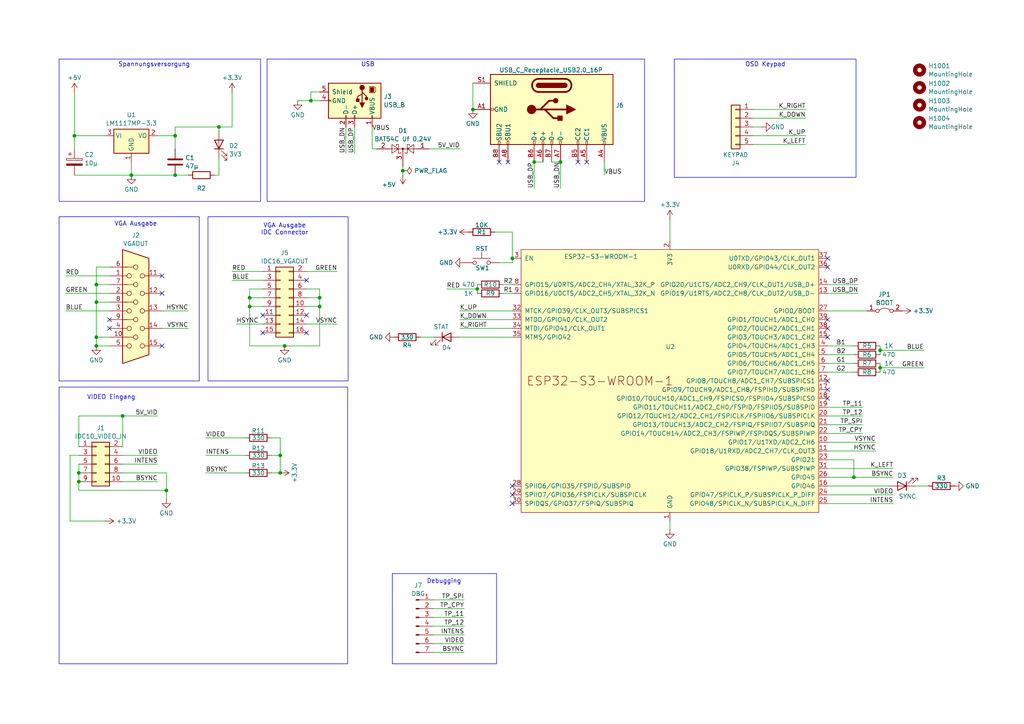
<source format=kicad_sch>
(kicad_sch (version 20231120) (generator "eeschema") (generator_version "8.0")
  (paper "A4")
  (title_block (title "Robotron ESP32-S3 VGA Adapter") (date "2024-03-07") (rev "1") (company "Mario Gögel"))
  (lib_symbols
    (symbol "Connector:Conn_01x07_Pin" (pin_names (offset 1.016) hide)
      (property "Reference" "J" (at 0 10.16 0))
      (property "Value" "Conn_01x07_Pin" (at 0 -10.16 0))
      (symbol "Conn_01x07_Pin_1_1"
        (pin passive line (at 5.08 7.62 180) (length 3.81) (name "Pin_1") (number "1"))
        (pin passive line (at 5.08 5.08 180) (length 3.81) (name "Pin_2") (number "2"))
        (pin passive line (at 5.08 2.54 180) (length 3.81) (name "Pin_3") (number "3"))
        (pin passive line (at 5.08 0 180) (length 3.81) (name "Pin_4") (number "4"))
        (pin passive line (at 5.08 -2.54 180) (length 3.81) (name "Pin_5") (number "5"))
        (pin passive line (at 5.08 -5.08 180) (length 3.81) (name "Pin_6") (number "6"))
        (pin passive line (at 5.08 -7.62 180) (length 3.81) (name "Pin_7") (number "7"))
      )
    )
    (symbol "Connector:DE15_Receptacle_HighDensity" (pin_names (offset 1.016) hide)
      (property "Reference" "J" (at 0 21.59 0))
      (property "Value" "DE15_Receptacle_HighDensity" (at 0 19.05 0))
      (symbol "DE15_Receptacle_HighDensity_1_1"
        (pin passive line (at -7.62 10.16 0) (length 5.08) (name "~") (number "1"))
        (pin passive line (at -7.62 -7.62 0) (length 5.08) (name "~") (number "10"))
        (pin passive line (at 7.62 10.16 180) (length 5.08) (name "~") (number "11"))
        (pin passive line (at 7.62 5.08 180) (length 5.08) (name "~") (number "12"))
        (pin passive line (at 7.62 0 180) (length 5.08) (name "~") (number "13"))
        (pin passive line (at 7.62 -5.08 180) (length 5.08) (name "~") (number "14"))
        (pin passive line (at 7.62 -10.16 180) (length 5.08) (name "~") (number "15"))
        (pin passive line (at -7.62 5.08 0) (length 5.08) (name "~") (number "2"))
        (pin passive line (at -7.62 0 0) (length 5.08) (name "~") (number "3"))
        (pin passive line (at -7.62 -5.08 0) (length 5.08) (name "~") (number "4"))
        (pin passive line (at -7.62 -10.16 0) (length 5.08) (name "~") (number "5"))
        (pin passive line (at -7.62 12.7 0) (length 5.08) (name "~") (number "6"))
        (pin passive line (at -7.62 7.62 0) (length 5.08) (name "~") (number "7"))
        (pin passive line (at -7.62 2.54 0) (length 5.08) (name "~") (number "8"))
        (pin passive line (at -7.62 -2.54 0) (length 5.08) (name "~") (number "9"))
      )
    )
    (symbol "Connector:USB_B" (pin_names (offset 1.016))
      (property "Reference" "J" (at -5.08 11.43 0))
      (property "Value" "USB_B" (at -5.08 8.89 0))
      (symbol "USB_B_1_1"
        (pin power_out line (at 7.62 5.08 180) (length 2.54) (name "VBUS") (number "1"))
        (pin bidirectional line (at 7.62 -2.54 180) (length 2.54) (name "D-") (number "2"))
        (pin bidirectional line (at 7.62 0 180) (length 2.54) (name "D+") (number "3"))
        (pin power_out line (at 0 -10.16 90) (length 2.54) (name "GND") (number "4"))
        (pin passive line (at -2.54 -10.16 90) (length 2.54) (name "Shield") (number "5"))
      )
    )
    (symbol "Connector:USB_C_Receptacle_USB2.0_16P" (pin_names (offset 1.016))
      (property "Reference" "J" (at 0 22.225 0))
      (property "Value" "USB_C_Receptacle_USB2.0_16P" (at 0 19.685 0))
      (symbol "USB_C_Receptacle_USB2.0_16P_1_1"
        (pin passive line (at 0 -22.86 90) (length 5.08) (name "GND") (number "A1"))
        (pin passive line (at 0 -22.86 90) (length 5.08) hide (name "GND") (number "A12"))
        (pin passive line (at 15.24 15.24 180) (length 5.08) (name "VBUS") (number "A4"))
        (pin bidirectional line (at 15.24 10.16 180) (length 5.08) (name "CC1") (number "A5"))
        (pin bidirectional line (at 15.24 -2.54 180) (length 5.08) (name "D+") (number "A6"))
        (pin bidirectional line (at 15.24 2.54 180) (length 5.08) (name "D-") (number "A7"))
        (pin bidirectional line (at 15.24 -12.7 180) (length 5.08) (name "SBU1") (number "A8"))
        (pin passive line (at 15.24 15.24 180) (length 5.08) hide (name "VBUS") (number "A9"))
        (pin passive line (at 0 -22.86 90) (length 5.08) hide (name "GND") (number "B1"))
        (pin passive line (at 0 -22.86 90) (length 5.08) hide (name "GND") (number "B12"))
        (pin passive line (at 15.24 15.24 180) (length 5.08) hide (name "VBUS") (number "B4"))
        (pin bidirectional line (at 15.24 7.62 180) (length 5.08) (name "CC2") (number "B5"))
        (pin bidirectional line (at 15.24 -5.08 180) (length 5.08) (name "D+") (number "B6"))
        (pin bidirectional line (at 15.24 0 180) (length 5.08) (name "D-") (number "B7"))
        (pin bidirectional line (at 15.24 -15.24 180) (length 5.08) (name "SBU2") (number "B8"))
        (pin passive line (at 15.24 15.24 180) (length 5.08) hide (name "VBUS") (number "B9"))
        (pin passive line (at -7.62 -22.86 90) (length 5.08) (name "SHIELD") (number "S1"))
      )
    )
    (symbol "Connector_Generic:Conn_01x05" (pin_names (offset 1.016) hide)
      (property "Reference" "J" (at 0 7.62 0))
      (property "Value" "Conn_01x05" (at 0 -7.62 0))
      (symbol "Conn_01x05_1_1"
        (pin passive line (at -5.08 5.08 0) (length 3.81) (name "Pin_1") (number "1"))
        (pin passive line (at -5.08 2.54 0) (length 3.81) (name "Pin_2") (number "2"))
        (pin passive line (at -5.08 0 0) (length 3.81) (name "Pin_3") (number "3"))
        (pin passive line (at -5.08 -2.54 0) (length 3.81) (name "Pin_4") (number "4"))
        (pin passive line (at -5.08 -5.08 0) (length 3.81) (name "Pin_5") (number "5"))
      )
    )
    (symbol "Connector_Generic:Conn_02x05_Odd_Even" (pin_names (offset 1.016) hide)
      (property "Reference" "J" (at 1.27 7.62 0))
      (property "Value" "Conn_02x05_Odd_Even" (at 1.27 -7.62 0))
      (symbol "Conn_02x05_Odd_Even_1_1"
        (pin passive line (at -5.08 5.08 0) (length 3.81) (name "Pin_1") (number "1"))
        (pin passive line (at 7.62 -5.08 180) (length 3.81) (name "Pin_10") (number "10"))
        (pin passive line (at 7.62 5.08 180) (length 3.81) (name "Pin_2") (number "2"))
        (pin passive line (at -5.08 2.54 0) (length 3.81) (name "Pin_3") (number "3"))
        (pin passive line (at 7.62 2.54 180) (length 3.81) (name "Pin_4") (number "4"))
        (pin passive line (at -5.08 0 0) (length 3.81) (name "Pin_5") (number "5"))
        (pin passive line (at 7.62 0 180) (length 3.81) (name "Pin_6") (number "6"))
        (pin passive line (at -5.08 -2.54 0) (length 3.81) (name "Pin_7") (number "7"))
        (pin passive line (at 7.62 -2.54 180) (length 3.81) (name "Pin_8") (number "8"))
        (pin passive line (at -5.08 -5.08 0) (length 3.81) (name "Pin_9") (number "9"))
      )
    )
    (symbol "Connector_Generic:Conn_02x08_Odd_Even" (pin_names (offset 1.016) hide)
      (property "Reference" "J" (at 1.27 10.16 0))
      (property "Value" "Conn_02x08_Odd_Even" (at 1.27 -12.7 0))
      (symbol "Conn_02x08_Odd_Even_1_1"
        (pin passive line (at -5.08 7.62 0) (length 3.81) (name "Pin_1") (number "1"))
        (pin passive line (at 7.62 -2.54 180) (length 3.81) (name "Pin_10") (number "10"))
        (pin passive line (at -5.08 -5.08 0) (length 3.81) (name "Pin_11") (number "11"))
        (pin passive line (at 7.62 -5.08 180) (length 3.81) (name "Pin_12") (number "12"))
        (pin passive line (at -5.08 -7.62 0) (length 3.81) (name "Pin_13") (number "13"))
        (pin passive line (at 7.62 -7.62 180) (length 3.81) (name "Pin_14") (number "14"))
        (pin passive line (at -5.08 -10.16 0) (length 3.81) (name "Pin_15") (number "15"))
        (pin passive line (at 7.62 -10.16 180) (length 3.81) (name "Pin_16") (number "16"))
        (pin passive line (at 7.62 7.62 180) (length 3.81) (name "Pin_2") (number "2"))
        (pin passive line (at -5.08 5.08 0) (length 3.81) (name "Pin_3") (number "3"))
        (pin passive line (at 7.62 5.08 180) (length 3.81) (name "Pin_4") (number "4"))
        (pin passive line (at -5.08 2.54 0) (length 3.81) (name "Pin_5") (number "5"))
        (pin passive line (at 7.62 2.54 180) (length 3.81) (name "Pin_6") (number "6"))
        (pin passive line (at -5.08 0 0) (length 3.81) (name "Pin_7") (number "7"))
        (pin passive line (at 7.62 0 180) (length 3.81) (name "Pin_8") (number "8"))
        (pin passive line (at -5.08 -2.54 0) (length 3.81) (name "Pin_9") (number "9"))
      )
    )
    (symbol "Device:C" (pin_numbers hide) (pin_names (offset 0.254))
      (property "Reference" "C" (at 0.635 2.54 0))
      (property "Value" "C" (at 0.635 -2.54 0))
      (symbol "C_1_1"
        (pin passive line (at 0 3.81 270) (length 2.794) (name "~") (number "1"))
        (pin passive line (at 0 -3.81 90) (length 2.794) (name "~") (number "2"))
      )
    )
    (symbol "Device:C_Polarized" (pin_numbers hide) (pin_names (offset 0.254))
      (property "Reference" "C" (at 0.635 2.54 0))
      (property "Value" "C_Polarized" (at 0.635 -2.54 0))
      (symbol "C_Polarized_1_1"
        (pin passive line (at 0 3.81 270) (length 2.794) (name "~") (number "1"))
        (pin passive line (at 0 -3.81 90) (length 2.794) (name "~") (number "2"))
      )
    )
    (symbol "Device:LED" (pin_numbers hide) (pin_names (offset 1.016) hide)
      (property "Reference" "D" (at 0 2.54 0))
      (property "Value" "LED" (at 0 -2.54 0))
      (symbol "LED_1_1"
        (pin passive line (at -3.81 0 0) (length 2.54) (name "K") (number "1"))
        (pin passive line (at 3.81 0 180) (length 2.54) (name "A") (number "2"))
      )
    )
    (symbol "Device:R" (pin_numbers hide) (pin_names (offset 0))
      (property "Reference" "R" (at 2.032 0 90))
      (property "Value" "R" (at 0 0 90))
      (symbol "R_1_1"
        (pin passive line (at 0 3.81 270) (length 1.27) (name "~") (number "1"))
        (pin passive line (at 0 -3.81 90) (length 1.27) (name "~") (number "2"))
      )
    )
    (symbol "Diode:BAT54C" (pin_names (offset 1.016))
      (property "Reference" "D" (at 0.635 -3.81 0))
      (property "Value" "BAT54C" (at -6.35 3.175 0))
      (symbol "BAT54C_1_1"
        (pin passive line (at -7.62 0 0) (length 3.81) (name "~") (number "1"))
        (pin passive line (at 7.62 0 180) (length 3.81) (name "~") (number "2"))
        (pin passive line (at 0 -5.08 90) (length 5.08) (name "~") (number "3"))
      )
    )
    (symbol "Jumper:Jumper_2_Bridged" (pin_names (offset 0) hide)
      (property "Reference" "JP" (at 0 1.905 0))
      (property "Value" "Jumper_2_Bridged" (at 0 -2.54 0))
      (symbol "Jumper_2_Bridged_1_1"
        (pin passive line (at -5.08 0 0) (length 2.54) (name "A") (number "1"))
        (pin passive line (at 5.08 0 180) (length 2.54) (name "B") (number "2"))
      )
    )
    (symbol "Mechanical:MountingHole" (pin_names (offset 1.016))
      (property "Reference" "H" (at 0 5.08 0))
      (property "Value" "MountingHole" (at 0 3.175 0))
    )
    (symbol "PCM_Espressif:ESP32-S3-WROOM-1" (pin_names (offset 1.016))
      (property "Reference" "U" (at -43.18 43.18 0))
      (property "Value" "ESP32-S3-WROOM-1" (at -43.18 40.64 0))
      (symbol "ESP32-S3-WROOM-1_0_0"
        (text "ESP32-S3-WROOM-1" (at -20.32 0 0) (effects (font (size 2.54 2.54))))
        (pin power_in line (at 0 -40.64 90) (length 2.54) (name "GND") (number "1"))
        (pin bidirectional line (at 45.72 -17.78 180) (length 2.54) (name "GPIO17/U1TXD/ADC2_CH6") (number "10"))
        (pin bidirectional line (at 45.72 -20.32 180) (length 2.54) (name "GPIO18/U1RXD/ADC2_CH7/CLK_OUT3") (number "11"))
        (pin bidirectional line (at 45.72 0 180) (length 2.54) (name "GPIO8/TOUCH8/ADC1_CH7/SUBSPICS1") (number "12"))
        (pin bidirectional line (at 45.72 25.4 180) (length 2.54) (name "GPIO19/U1RTS/ADC2_CH8/CLK_OUT2/USB_D-") (number "13"))
        (pin bidirectional line (at 45.72 27.94 180) (length 2.54) (name "GPIO20/U1CTS/ADC2_CH9/CLK_OUT1/USB_D+") (number "14"))
        (pin bidirectional line (at 45.72 12.7 180) (length 2.54) (name "GPIO3/TOUCH3/ADC1_CH2") (number "15"))
        (pin bidirectional line (at 45.72 -30.48 180) (length 2.54) (name "GPIO46") (number "16"))
        (pin bidirectional line (at 45.72 -2.54 180) (length 2.54) (name "GPIO9/TOUCH9/ADC1_CH8/FSPIHD/SUBSPIHD") (number "17"))
        (pin bidirectional line (at 45.72 -5.08 180) (length 2.54) (name "GPIO10/TOUCH10/ADC1_CH9/FSPICS0/FSPIIO4/SUBSPICS0") (number "18"))
        (pin bidirectional line (at 45.72 -7.62 180) (length 2.54) (name "GPIO11/TOUCH11/ADC2_CH0/FSPID/FSPIIO5/SUBSPID") (number "19"))
        (pin power_in line (at 0 40.64 270) (length 2.54) (name "3V3") (number "2"))
        (pin bidirectional line (at 45.72 -10.16 180) (length 2.54) (name "GPIO12/TOUCH12/ADC2_CH1/FSPICLK/FSPIIO6/SUBSPICLK") (number "20"))
        (pin bidirectional line (at 45.72 -12.7 180) (length 2.54) (name "GPIO13/TOUCH13/ADC2_CH2/FSPIQ/FSPIIO7/SUBSPIQ") (number "21"))
        (pin bidirectional line (at 45.72 -15.24 180) (length 2.54) (name "GPIO14/TOUCH14/ADC2_CH3/FSPIWP/FSPIDQS/SUBSPIWP") (number "22"))
        (pin bidirectional line (at 45.72 -22.86 180) (length 2.54) (name "GPIO21") (number "23"))
        (pin bidirectional line (at 45.72 -33.02 180) (length 2.54) (name "GPIO47/SPICLK_P/SUBSPICLK_P_DIFF") (number "24"))
        (pin bidirectional line (at 45.72 -35.56 180) (length 2.54) (name "GPIO48/SPICLK_N/SUBSPICLK_N_DIFF") (number "25"))
        (pin bidirectional line (at 45.72 -27.94 180) (length 2.54) (name "GPIO45") (number "26"))
        (pin bidirectional line (at 45.72 20.32 180) (length 2.54) (name "GPIO0/BOOT") (number "27"))
        (pin bidirectional line (at -45.72 -30.48 0) (length 2.54) (name "SPIIO6/GPIO35/FSPID/SUBSPID") (number "28"))
        (pin bidirectional line (at -45.72 -33.02 0) (length 2.54) (name "SPIIO7/GPIO36/FSPICLK/SUBSPICLK") (number "29"))
        (pin input line (at -45.72 35.56 0) (length 2.54) (name "EN") (number "3"))
        (pin bidirectional line (at -45.72 -35.56 0) (length 2.54) (name "SPIDQS/GPIO37/FSPIQ/SUBSPIQ") (number "30"))
        (pin bidirectional line (at 45.72 -25.4 180) (length 2.54) (name "GPIO38/FSPIWP/SUBSPIWP") (number "31"))
        (pin bidirectional line (at -45.72 20.32 0) (length 2.54) (name "MTCK/GPIO39/CLK_OUT3/SUBSPICS1") (number "32"))
        (pin bidirectional line (at -45.72 17.78 0) (length 2.54) (name "MTDO/GPIO40/CLK_OUT2") (number "33"))
        (pin bidirectional line (at -45.72 15.24 0) (length 2.54) (name "MTDI/GPIO41/CLK_OUT1") (number "34"))
        (pin bidirectional line (at -45.72 12.7 0) (length 2.54) (name "MTMS/GPIO42") (number "35"))
        (pin bidirectional line (at 45.72 33.02 180) (length 2.54) (name "U0RXD/GPIO44/CLK_OUT2") (number "36"))
        (pin bidirectional line (at 45.72 35.56 180) (length 2.54) (name "U0TXD/GPIO43/CLK_OUT1") (number "37"))
        (pin bidirectional line (at 45.72 15.24 180) (length 2.54) (name "GPIO2/TOUCH2/ADC1_CH1") (number "38"))
        (pin bidirectional line (at 45.72 17.78 180) (length 2.54) (name "GPIO1/TOUCH1/ADC1_CH0") (number "39"))
        (pin bidirectional line (at 45.72 10.16 180) (length 2.54) (name "GPIO4/TOUCH4/ADC1_CH3") (number "4"))
        (pin passive line (at 0 -40.64 90) (length 2.54) hide (name "GND") (number "40"))
        (pin passive line (at 0 -40.64 90) (length 2.54) hide (name "GND") (number "41"))
        (pin bidirectional line (at 45.72 7.62 180) (length 2.54) (name "GPIO5/TOUCH5/ADC1_CH4") (number "5"))
        (pin bidirectional line (at 45.72 5.08 180) (length 2.54) (name "GPIO6/TOUCH6/ADC1_CH5") (number "6"))
        (pin bidirectional line (at 45.72 2.54 180) (length 2.54) (name "GPIO7/TOUCH7/ADC1_CH6") (number "7"))
        (pin bidirectional line (at -45.72 27.94 0) (length 2.54) (name "GPIO15/U0RTS/ADC2_CH4/XTAL_32K_P") (number "8"))
        (pin bidirectional line (at -45.72 25.4 0) (length 2.54) (name "GPIO16/U0CTS/ADC2_CH5/XTAL_32K_N") (number "9"))
      )
    )
    (symbol "Regulator_Linear:LM1117MP-3.3"
      (property "Reference" "U" (at -3.81 3.175 0))
      (property "Value" "LM1117MP-3.3" (at 0 3.175 0))
      (symbol "LM1117MP-3.3_1_1"
        (pin power_in line (at 0 -7.62 90) (length 2.54) (name "GND") (number "1"))
        (pin power_out line (at 7.62 0 180) (length 2.54) (name "VO") (number "2"))
        (pin power_in line (at -7.62 0 0) (length 2.54) (name "VI") (number "3"))
      )
    )
    (symbol "Switch:SW_Push" (pin_numbers hide) (pin_names (offset 1.016) hide)
      (property "Reference" "SW" (at 1.27 2.54 0))
      (property "Value" "SW_Push" (at 0 -1.524 0))
      (symbol "SW_Push_0_1"
        (pin passive line (at -5.08 0 0) (length 2.54) (name "1") (number "1"))
        (pin passive line (at 5.08 0 180) (length 2.54) (name "2") (number "2"))
      )
    )
    (symbol "power:+3.3V" (power) (pin_numbers hide) (pin_names (offset 0) hide)
      (property "Value" "+3.3V" (at 0 3.556 0))
      (symbol "+3.3V_1_1"
        (pin power_in line (at 0 0 90) (length 0) (name "~") (number "1"))
      )
    )
    (symbol "power:+5V" (power) (pin_numbers hide) (pin_names (offset 0) hide)
      (property "Value" "+5V" (at 0 3.556 0))
      (symbol "+5V_1_1"
        (pin power_in line (at 0 0 90) (length 0) (name "~") (number "1"))
      )
    )
    (symbol "power:GND" (power) (pin_numbers hide) (pin_names (offset 0) hide)
      (property "Value" "GND" (at 0 -3.81 0))
      (symbol "GND_1_1"
        (pin power_in line (at 0 0 270) (length 0) (name "~") (number "1"))
      )
    )
    (symbol "power:PWR_FLAG" (power) (pin_numbers hide) (pin_names (offset 0) hide)
      (property "Value" "PWR_FLAG" (at 0 3.81 0))
      (symbol "PWR_FLAG_0_0"
        (pin power_out line (at 0 0 90) (length 0) (name "~") (number "1"))
      )
    )
  )
  (junction (at 27.94 97.79))
  (junction (at 154.94 46.99))
  (junction (at 81.28 137.16))
  (junction (at 38.1 50.8))
  (junction (at 27.94 100.33))
  (junction (at 137.16 31.75))
  (junction (at 35.56 120.65))
  (junction (at 247.65 138.43))
  (junction (at 138.43 83.82))
  (junction (at 90.17 29.21))
  (junction (at 116.84 49.53))
  (junction (at 27.94 87.63))
  (junction (at 63.5 36.83))
  (junction (at 92.71 88.9))
  (junction (at 162.56 46.99))
  (junction (at 48.26 142.24))
  (junction (at 50.8 39.37))
  (junction (at 22.86 139.7))
  (junction (at 92.71 86.36))
  (junction (at 255.27 106.68))
  (junction (at 72.39 88.9))
  (junction (at 82.55 100.33))
  (junction (at 50.8 50.8))
  (junction (at 22.86 137.16))
  (junction (at 21.59 39.37))
  (junction (at 255.27 101.6))
  (junction (at 81.28 132.08))
  (junction (at 72.39 86.36))
  (junction (at 27.94 82.55))
  (junction (at 148.59 74.93))
  (no_connect (at 240.03 77.47))
  (no_connect (at 240.03 74.93))
  (no_connect (at 167.64 46.99))
  (no_connect (at 240.03 97.79))
  (no_connect (at 148.59 143.51))
  (no_connect (at 170.18 46.99))
  (no_connect (at 46.99 85.09))
  (no_connect (at 76.2 91.44))
  (no_connect (at 46.99 80.01))
  (no_connect (at 240.03 115.57))
  (no_connect (at 46.99 100.33))
  (no_connect (at 31.75 92.71))
  (no_connect (at 240.03 113.03))
  (no_connect (at 147.32 46.99))
  (no_connect (at 88.9 96.52))
  (no_connect (at 148.59 146.05))
  (no_connect (at 144.78 46.99))
  (no_connect (at 31.75 95.25))
  (no_connect (at 76.2 96.52))
  (no_connect (at 240.03 92.71))
  (no_connect (at 88.9 81.28))
  (no_connect (at 88.9 91.44))
  (no_connect (at 148.59 140.97))
  (no_connect (at 240.03 110.49))
  (no_connect (at 240.03 95.25))
  (wire (pts (xy 48.26 142.24) (xy 48.26 137.16)))
  (wire (pts (xy 35.56 120.65) (xy 35.56 129.54)))
  (wire (pts (xy 27.94 87.63) (xy 27.94 97.79)))
  (wire (pts (xy 21.59 50.8) (xy 38.1 50.8)))
  (wire (pts (xy 240.03 123.19) (xy 250.19 123.19)))
  (wire (pts (xy 22.86 134.62) (xy 22.86 137.16)))
  (wire (pts (xy 68.58 93.98) (xy 76.2 93.98)))
  (wire (pts (xy 27.94 82.55) (xy 27.94 87.63)))
  (wire (pts (xy 76.2 83.82) (xy 72.39 83.82)))
  (wire (pts (xy 67.31 81.28) (xy 76.2 81.28)))
  (wire (pts (xy 248.92 82.55) (xy 240.03 82.55)))
  (wire (pts (xy 124.46 43.18) (xy 133.35 43.18)))
  (wire (pts (xy 22.86 137.16) (xy 22.86 139.7)))
  (wire (pts (xy 162.56 46.99) (xy 162.56 54.61)))
  (wire (pts (xy 88.9 88.9) (xy 92.71 88.9)))
  (wire (pts (xy 125.73 181.61) (xy 134.62 181.61)))
  (wire (pts (xy 88.9 86.36) (xy 92.71 86.36)))
  (wire (pts (xy 160.02 46.99) (xy 162.56 46.99)))
  (wire (pts (xy 218.44 41.91) (xy 233.68 41.91)))
  (wire (pts (xy 255.27 106.68) (xy 267.97 106.68)))
  (wire (pts (xy 92.71 88.9) (xy 92.71 100.33)))
  (wire (pts (xy 72.39 100.33) (xy 82.55 100.33)))
  (wire (pts (xy 54.61 90.17) (xy 46.99 90.17)))
  (wire (pts (xy 138.43 82.55) (xy 138.43 83.82)))
  (wire (pts (xy 240.03 120.65) (xy 250.19 120.65)))
  (wire (pts (xy 38.1 50.8) (xy 50.8 50.8)))
  (wire (pts (xy 35.56 120.65) (xy 45.72 120.65)))
  (wire (pts (xy 90.17 29.21) (xy 90.17 26.67)))
  (wire (pts (xy 148.59 92.71) (xy 133.35 92.71)))
  (wire (pts (xy 125.73 186.69) (xy 134.62 186.69)))
  (wire (pts (xy 21.59 39.37) (xy 21.59 43.18)))
  (wire (pts (xy 255.27 106.68) (xy 255.27 107.95)))
  (wire (pts (xy 247.65 133.35) (xy 247.65 138.43)))
  (wire (pts (xy 27.94 77.47) (xy 27.94 82.55)))
  (wire (pts (xy 125.73 189.23) (xy 134.62 189.23)))
  (wire (pts (xy 148.59 67.31) (xy 143.51 67.31)))
  (wire (pts (xy 259.08 138.43) (xy 247.65 138.43)))
  (wire (pts (xy 240.03 107.95) (xy 247.65 107.95)))
  (wire (pts (xy 72.39 86.36) (xy 76.2 86.36)))
  (wire (pts (xy 88.9 83.82) (xy 92.71 83.82)))
  (wire (pts (xy 35.56 137.16) (xy 48.26 137.16)))
  (wire (pts (xy 121.92 97.79) (xy 125.73 97.79)))
  (wire (pts (xy 35.56 134.62) (xy 45.72 134.62)))
  (wire (pts (xy 148.59 76.2) (xy 148.59 74.93)))
  (wire (pts (xy 63.5 36.83) (xy 50.8 36.83)))
  (wire (pts (xy 240.03 130.81) (xy 254 130.81)))
  (wire (pts (xy 59.69 132.08) (xy 71.12 132.08)))
  (wire (pts (xy 240.03 118.11) (xy 250.19 118.11)))
  (wire (pts (xy 255.27 101.6) (xy 267.97 101.6)))
  (wire (pts (xy 81.28 132.08) (xy 78.74 132.08)))
  (wire (pts (xy 21.59 26.67) (xy 21.59 39.37)))
  (wire (pts (xy 154.94 46.99) (xy 154.94 54.61)))
  (wire (pts (xy 146.05 82.55) (xy 148.59 82.55)))
  (wire (pts (xy 21.59 39.37) (xy 30.48 39.37)))
  (wire (pts (xy 125.73 176.53) (xy 134.62 176.53)))
  (wire (pts (xy 269.24 140.97) (xy 265.43 140.97)))
  (wire (pts (xy 63.5 50.8) (xy 62.23 50.8)))
  (wire (pts (xy 72.39 88.9) (xy 76.2 88.9)))
  (wire (pts (xy 148.59 74.93) (xy 148.59 67.31)))
  (wire (pts (xy 27.94 97.79) (xy 27.94 100.33)))
  (wire (pts (xy 148.59 90.17) (xy 133.35 90.17)))
  (wire (pts (xy 81.28 127) (xy 81.28 132.08)))
  (wire (pts (xy 240.03 135.89) (xy 259.08 135.89)))
  (wire (pts (xy 240.03 102.87) (xy 247.65 102.87)))
  (wire (pts (xy 248.92 85.09) (xy 240.03 85.09)))
  (wire (pts (xy 102.87 36.83) (xy 102.87 44.45)))
  (wire (pts (xy 92.71 86.36) (xy 92.71 88.9)))
  (wire (pts (xy 35.56 132.08) (xy 45.72 132.08)))
  (wire (pts (xy 72.39 83.82) (xy 72.39 86.36)))
  (wire (pts (xy 22.86 132.08) (xy 20.32 132.08)))
  (wire (pts (xy 63.5 50.8) (xy 63.5 45.72)))
  (wire (pts (xy 59.69 137.16) (xy 71.12 137.16)))
  (wire (pts (xy 154.94 46.99) (xy 157.48 46.99)))
  (wire (pts (xy 218.44 31.75) (xy 233.68 31.75)))
  (wire (pts (xy 254 128.27) (xy 240.03 128.27)))
  (wire (pts (xy 50.8 36.83) (xy 50.8 39.37)))
  (wire (pts (xy 97.79 93.98) (xy 88.9 93.98)))
  (wire (pts (xy 240.03 105.41) (xy 247.65 105.41)))
  (wire (pts (xy 100.33 36.83) (xy 100.33 44.45)))
  (wire (pts (xy 125.73 184.15) (xy 134.62 184.15)))
  (wire (pts (xy 218.44 36.83) (xy 220.98 36.83)))
  (wire (pts (xy 144.78 76.2) (xy 148.59 76.2)))
  (wire (pts (xy 27.94 82.55) (xy 31.75 82.55)))
  (wire (pts (xy 90.17 26.67) (xy 92.71 26.67)))
  (wire (pts (xy 59.69 127) (xy 71.12 127)))
  (wire (pts (xy 146.05 85.09) (xy 148.59 85.09)))
  (wire (pts (xy 255.27 105.41) (xy 255.27 106.68)))
  (wire (pts (xy 54.61 95.25) (xy 46.99 95.25)))
  (wire (pts (xy 50.8 50.8) (xy 54.61 50.8)))
  (wire (pts (xy 67.31 26.67) (xy 67.31 36.83)))
  (wire (pts (xy 22.86 129.54) (xy 22.86 120.65)))
  (wire (pts (xy 194.31 69.85) (xy 194.31 63.5)))
  (wire (pts (xy 27.94 87.63) (xy 31.75 87.63)))
  (wire (pts (xy 22.86 142.24) (xy 48.26 142.24)))
  (wire (pts (xy 129.54 83.82) (xy 138.43 83.82)))
  (wire (pts (xy 35.56 139.7) (xy 45.72 139.7)))
  (wire (pts (xy 255.27 101.6) (xy 255.27 102.87)))
  (wire (pts (xy 240.03 133.35) (xy 247.65 133.35)))
  (wire (pts (xy 116.84 49.53) (xy 116.84 48.26)))
  (wire (pts (xy 194.31 151.13) (xy 194.31 153.67)))
  (wire (pts (xy 125.73 173.99) (xy 134.62 173.99)))
  (wire (pts (xy 50.8 39.37) (xy 50.8 43.18)))
  (wire (pts (xy 240.03 90.17) (xy 251.46 90.17)))
  (wire (pts (xy 31.75 77.47) (xy 27.94 77.47)))
  (wire (pts (xy 116.84 50.8) (xy 116.84 49.53)))
  (wire (pts (xy 19.05 85.09) (xy 31.75 85.09)))
  (wire (pts (xy 257.81 140.97) (xy 240.03 140.97)))
  (wire (pts (xy 78.74 137.16) (xy 81.28 137.16)))
  (wire (pts (xy 218.44 39.37) (xy 233.68 39.37)))
  (wire (pts (xy 97.79 78.74) (xy 88.9 78.74)))
  (wire (pts (xy 240.03 138.43) (xy 247.65 138.43)))
  (wire (pts (xy 78.74 127) (xy 81.28 127)))
  (wire (pts (xy 240.03 146.05) (xy 259.08 146.05)))
  (wire (pts (xy 67.31 36.83) (xy 63.5 36.83)))
  (wire (pts (xy 138.43 83.82) (xy 138.43 85.09)))
  (wire (pts (xy 20.32 132.08) (xy 20.32 151.13)))
  (wire (pts (xy 175.26 46.99) (xy 175.26 50.8)))
  (wire (pts (xy 240.03 100.33) (xy 247.65 100.33)))
  (wire (pts (xy 137.16 24.13) (xy 137.16 31.75)))
  (wire (pts (xy 22.86 120.65) (xy 35.56 120.65)))
  (wire (pts (xy 125.73 179.07) (xy 134.62 179.07)))
  (wire (pts (xy 27.94 100.33) (xy 31.75 100.33)))
  (wire (pts (xy 48.26 144.78) (xy 48.26 142.24)))
  (wire (pts (xy 107.95 43.18) (xy 109.22 43.18)))
  (wire (pts (xy 19.05 80.01) (xy 31.75 80.01)))
  (wire (pts (xy 38.1 46.99) (xy 38.1 50.8)))
  (wire (pts (xy 27.94 97.79) (xy 31.75 97.79)))
  (wire (pts (xy 22.86 139.7) (xy 22.86 142.24)))
  (wire (pts (xy 81.28 132.08) (xy 81.28 137.16)))
  (wire (pts (xy 67.31 78.74) (xy 76.2 78.74)))
  (wire (pts (xy 63.5 36.83) (xy 63.5 38.1)))
  (wire (pts (xy 92.71 83.82) (xy 92.71 86.36)))
  (wire (pts (xy 240.03 125.73) (xy 250.19 125.73)))
  (wire (pts (xy 19.05 90.17) (xy 31.75 90.17)))
  (wire (pts (xy 45.72 39.37) (xy 50.8 39.37)))
  (wire (pts (xy 148.59 95.25) (xy 133.35 95.25)))
  (wire (pts (xy 255.27 100.33) (xy 255.27 101.6)))
  (wire (pts (xy 259.08 143.51) (xy 240.03 143.51)))
  (wire (pts (xy 72.39 86.36) (xy 72.39 88.9)))
  (wire (pts (xy 218.44 34.29) (xy 233.68 34.29)))
  (wire (pts (xy 86.36 29.21) (xy 90.17 29.21)))
  (wire (pts (xy 82.55 100.33) (xy 92.71 100.33)))
  (wire (pts (xy 92.71 29.21) (xy 90.17 29.21)))
  (wire (pts (xy 133.35 97.79) (xy 148.59 97.79)))
  (wire (pts (xy 20.32 151.13) (xy 30.48 151.13)))
  (wire (pts (xy 72.39 88.9) (xy 72.39 100.33)))
  (wire (pts (xy 107.95 36.83) (xy 107.95 43.18)))
  (rectangle (start 60.325 62.865) (end 100.965 110.49))
  (rectangle (start 113.792 166.37) (end 144.018 192.532))
  (rectangle (start 17.145 17.145) (end 75.565 58.42))
  (rectangle (start 195.58 17.145) (end 248.285 51.435))
  (rectangle (start 17.145 62.865) (end 57.785 110.49))
  (rectangle (start 17.145 112.268) (end 100.838 192.532))
  (rectangle (start 77.47 17.145) (end 186.944 58.42))
  (text "VGA Ausgabe\nIDC Connector" (at 82.55 66.548 0) (effects (font (size 1.27 1.27))))
  (text "Debugging" (at 128.778 168.656 0) (effects (font (size 1.27 1.27))))
  (text "Spannungsversorgung" (at 44.704 18.796 0) (effects (font (size 1.27 1.27))))
  (text "VIDEO Eingang" (at 32.258 115.316 0) (effects (font (size 1.27 1.27))))
  (text "OSD Keypad" (at 221.996 18.796 0) (effects (font (size 1.27 1.27))))
  (text "VGA Ausgabe" (at 39.37 65.024 0) (effects (font (size 1.27 1.27))))
  (text "USB" (at 106.68 18.796 0) (effects (font (size 1.27 1.27))))
  (label "G1" (at 242.57 105.41 0))
  (label "GREEN" (at 97.79 78.74 180))
  (label "TP_11" (at 250.19 118.11 180))
  (label "RED" (at 67.31 78.74 0))
  (label "GREEN" (at 267.97 106.68 180))
  (label "TP_SPI" (at 134.62 173.99 180))
  (label "USB_DN" (at 248.92 85.09 180))
  (label "USB_DP" (at 154.94 54.61 90))
  (label "BSYNC" (at 134.62 189.23 180))
  (label "BLUE" (at 19.05 90.17 0))
  (label "K_UP" (at 233.68 39.37 180))
  (label "INTENS" (at 59.69 132.08 0))
  (label "VIDEO" (at 45.72 132.08 180))
  (label "B2" (at 242.57 102.87 0))
  (label "BLUE" (at 267.97 101.6 180))
  (label "GREEN" (at 19.05 85.09 0))
  (label "R1" (at 146.05 85.09 0))
  (label "BSYNC" (at 59.69 137.16 0))
  (label "VSYNC" (at 254 128.27 180))
  (label "VIDEO" (at 59.69 127 0))
  (label "VSYNC" (at 97.79 93.98 180))
  (label "USB_DP" (at 248.92 82.55 180))
  (label "HSYNC" (at 54.61 90.17 180))
  (label "BSYNC" (at 45.72 139.7 180))
  (label "RED" (at 19.05 80.01 0))
  (label "BSYNC" (at 259.08 138.43 180))
  (label "USB_DN" (at 100.33 44.45 90))
  (label "INTENS" (at 45.72 134.62 180))
  (label "K_DOWN" (at 133.35 92.71 0))
  (label "G2" (at 242.57 107.95 0))
  (label "TP_12" (at 250.19 120.65 180))
  (label "VIDEO" (at 259.08 143.51 180))
  (label "USB_DP" (at 102.87 44.45 90))
  (label "R2" (at 146.05 82.55 0))
  (label "K_DOWN" (at 233.68 34.29 180))
  (label "B1" (at 242.57 100.33 0))
  (label "VBUS" (at 107.95 38.1 0))
  (label "USB_DN" (at 162.56 54.61 90))
  (label "K_UP" (at 133.35 90.17 0))
  (label "HSYNC" (at 254 130.81 180))
  (label "K_LEFT" (at 259.08 135.89 180))
  (label "TP_CPY" (at 250.19 125.73 180))
  (label "TP_12" (at 134.62 181.61 180))
  (label "VIDEO" (at 134.62 186.69 180))
  (label "VBUS" (at 175.26 50.8 0))
  (label "TP_CPY" (at 134.62 176.53 180))
  (label "K_RIGHT" (at 233.68 31.75 180))
  (label "INTENS" (at 134.62 184.15 180))
  (label "BLUE" (at 67.31 81.28 0))
  (label "TP_SPI" (at 250.19 123.19 180))
  (label "K_LEFT" (at 233.68 41.91 180))
  (label "5V_VID" (at 133.35 43.18 180))
  (label "HSYNC" (at 68.58 93.98 0))
  (label "TP_11" (at 134.62 179.07 180))
  (label "VSYNC" (at 54.61 95.25 180))
  (label "K_RIGHT" (at 133.35 95.25 0))
  (label "5V_VID" (at 45.72 120.65 180))
  (label "INTENS" (at 259.08 146.05 180))
  (label "RED" (at 129.54 83.82 0))
  (symbol (lib_id "Mechanical:MountingHole") (at 266.7 20.32 0) (unit 1)
    (property "Reference" "H1001" (at 269.24 19.1078 0) (effects (justify left)))
    (property "Value" "MountingHole" (at 269.24 21.5321 0) (effects (justify left)))
    (property "Footprint" "MountingHole:MountingHole_3.2mm_M3_ISO7380_Pad" (effects (hide yes)))
    (property "Description" "Mounting Hole without connection" (effects (hide yes)))
  )
  (symbol (lib_id "PCM_Espressif:ESP32-S3-WROOM-1") (at 194.31 110.49 0) (unit 1)
    (property "Reference" "U2" (at 193.04 100.584 0) (effects (justify left)))
    (property "Value" "ESP32-S3-WROOM-1" (at 163.576 74.422 0) (effects (justify left)))
    (property "Footprint" "PCM_Espressif:ESP32-S3-WROOM-1" (effects (hide yes)))
    (property "Datasheet" "https://www.espressif.com/sites/default/files/documentation/esp32-s3-wroom-1_wroom-1u_datasheet_en.pdf" (effects (hide yes)))
  )
  (symbol (lib_id "power:GND") (at 220.98 36.83 90) (unit 1)
    (property "Reference" "#PWR01008" (effects (hide yes)))
    (property "Value" "GND" (at 225.552 36.83 90))
    (property "Description" "Power symbol creates a global label with name \"GND\" , ground" (effects (hide yes)))
  )
  (symbol (lib_id "Device:R") (at 273.05 140.97 270) (unit 1)
    (property "Reference" "R3" (at 273.05 138.684 90))
    (property "Value" "330" (at 273.05 140.97 90))
    (property "Footprint" "Resistor_SMD:R_0805_2012Metric_Pad1.20x1.40mm_HandSolder" (effects (hide yes)))
  )
  (symbol (lib_id "power:+5V") (at 116.84 50.8 180) (unit 1)
    (property "Reference" "#PWR01005" (effects (hide yes)))
    (property "Value" "+5V" (at 114.808 53.594 0) (effects (justify left)))
    (property "Description" "Power symbol creates a global label with name \"+5V\"" (effects (hide yes)))
  )
  (symbol (lib_id "Device:C") (at 50.8 46.99 0) (unit 1)
    (property "Reference" "C1" (at 53.721 45.7778 0) (effects (justify left)))
    (property "Value" "47µ" (at 53.721 48.2021 0) (effects (justify left)))
    (property "Footprint" "Capacitor_Tantalum_SMD:CP_EIA-3528-21_Kemet-B_Pad1.50x2.35mm_HandSolder" (effects (hide yes)))
  )
  (symbol (lib_id "power:+3.3V") (at 261.62 90.17 270) (unit 1)
    (property "Reference" "#PWR01004" (effects (hide yes)))
    (property "Value" "+3.3V" (at 264.795 90.17 90) (effects (justify left)))
    (property "Description" "Power symbol creates a global label with name \"+3.3V\"" (effects (hide yes)))
  )
  (symbol (lib_id "Device:R") (at 251.46 100.33 90) (unit 1)
    (property "Reference" "R5" (at 251.46 100.33 90))
    (property "Value" "1K" (at 257.81 100.33 90))
    (property "Footprint" "Resistor_SMD:R_0805_2012Metric_Pad1.20x1.40mm_HandSolder" (effects (hide yes)))
  )
  (symbol (lib_id "Connector:USB_C_Receptacle_USB2.0_16P") (at 160.02 31.75 270) (unit 1)
    (property "Reference" "J6" (at 178.562 30.5378 90) (effects (justify left)))
    (property "Value" "USB_C_Receptacle_USB2.0_16P" (at 144.78 20.32 90) (effects (justify left)))
    (property "Footprint" "Connector_USB:USB_C_Receptacle_GCT_USB4105-xx-A_16P_TopMnt_Horizontal" (effects (hide yes)))
    (property "Datasheet" "https://www.usb.org/sites/default/files/documents/usb_type-c.zip" (effects (hide yes)))
    (property "Description" "USB 2.0-only 16P Type-C Receptacle connector" (effects (hide yes)))
  )
  (symbol (lib_id "power:GND") (at 38.1 50.8 0) (unit 1)
    (property "Reference" "#PWR01015" (effects (hide yes)))
    (property "Value" "GND" (at 38.1 54.9331 0))
    (property "Description" "Power symbol creates a global label with name \"GND\" , ground" (effects (hide yes)))
  )
  (symbol (lib_id "Device:R") (at 74.93 137.16 270) (unit 1)
    (property "Reference" "R13" (at 74.93 135.128 90))
    (property "Value" "330" (at 74.93 137.16 90))
    (property "Footprint" "Resistor_SMD:R_0805_2012Metric_Pad1.20x1.40mm_HandSolder" (effects (hide yes)))
  )
  (symbol (lib_id "Diode:BAT54C") (at 116.84 43.18 0) (mirror y) (unit 1)
    (property "Reference" "D1" (at 116.84 37.8925 0))
    (property "Value" "BAT54C Uf 0,24V" (at 116.84 40.3168 0))
    (property "Footprint" "Package_TO_SOT_SMD:SOT-23" (effects (hide yes)))
    (property "Datasheet" "http://www.diodes.com/_files/datasheets/ds11005.pdf" (effects (hide yes)))
    (property "Description" "dual schottky barrier diode, common cathode" (effects (hide yes)))
  )
  (symbol (lib_id "Regulator_Linear:LM1117MP-3.3") (at 38.1 39.37 0) (unit 1)
    (property "Reference" "U1" (at 38.1 33.3207 0))
    (property "Value" "LM1117MP-3.3" (at 38.1 35.7449 0))
    (property "Footprint" "Package_TO_SOT_SMD:SOT-223-3_TabPin2" (effects (hide yes)))
    (property "Datasheet" "http://www.ti.com/lit/ds/symlink/lm1117.pdf" (effects (hide yes)))
  )
  (symbol (lib_id "Connector_Generic:Conn_01x05") (at 213.36 36.83 0) (mirror y) (unit 1)
    (property "Reference" "J4" (at 213.36 47.3245 0))
    (property "Value" "KEYPAD" (at 213.36 44.9002 0))
    (property "Footprint" "Connector_PinSocket_2.54mm:PinSocket_1x05_P2.54mm_Horizontal" (effects (hide yes)))
    (property "Description" "Generic connector, single row, 01x05, script generated (kicad-library-utils/schlib/autogen/connector/)" (effects (hide yes)))
  )
  (symbol (lib_id "Connector_Generic:Conn_02x05_Odd_Even") (at 27.94 134.62 0) (unit 1)
    (property "Reference" "J1" (at 29.21 124.1255 0))
    (property "Value" "IDC10_VIDEO_IN" (at 29.21 126.5498 0))
    (property "Footprint" "Connector_IDC:IDC-Header_2x05_P2.54mm_Vertical" (effects (hide yes)))
    (property "Description" "Generic connector, double row, 02x05, odd/even pin numbering scheme (row 1 odd numbers, row 2 even numbers), script generated (kicad-library-utils/schlib/autogen/connector/)" (effects (hide yes)))
  )
  (symbol (lib_id "Connector_Generic:Conn_02x08_Odd_Even") (at 81.28 86.36 0) (unit 1)
    (property "Reference" "J5" (at 82.55 73.3255 0))
    (property "Value" "IDC16_VGAOUT" (at 82.55 75.7498 0))
    (property "Footprint" "Connector_IDC:IDC-Header_2x08_P2.54mm_Vertical" (effects (hide yes)))
    (property "Description" "Generic connector, double row, 02x08, odd/even pin numbering scheme (row 1 odd numbers, row 2 even numbers), script generated (kicad-library-utils/schlib/autogen/connector/)" (effects (hide yes)))
  )
  (symbol (lib_id "Connector:Conn_01x07_Pin") (at 120.65 181.61 0) (unit 1)
    (property "Reference" "J7" (at 121.285 169.7693 0))
    (property "Value" "DBG" (at 121.285 172.1936 0))
    (property "Footprint" "Connector_PinHeader_2.54mm:PinHeader_1x07_P2.54mm_Vertical" (effects (hide yes)))
    (property "Description" "Generic connector, single row, 01x07, script generated" (effects (hide yes)))
  )
  (symbol (lib_id "Device:LED") (at 261.62 140.97 180) (unit 1)
    (property "Reference" "D3" (at 261.62 137.922 0))
    (property "Value" "SYNC" (at 263.2075 143.9602 0))
    (property "Footprint" "LED_SMD:LED_1206_3216Metric_Pad1.42x1.75mm_HandSolder" (effects (hide yes)))
  )
  (symbol (lib_id "power:+5V") (at 21.59 26.67 0) (unit 1)
    (property "Reference" "#PWR01002" (effects (hide yes)))
    (property "Value" "+5V" (at 21.59 22.5369 0))
    (property "Description" "Power symbol creates a global label with name \"+5V\"" (effects (hide yes)))
  )
  (symbol (lib_id "Device:R") (at 74.93 132.08 270) (unit 1)
    (property "Reference" "R12" (at 74.93 130.048 90))
    (property "Value" "330" (at 74.93 132.08 90))
    (property "Footprint" "Resistor_SMD:R_0805_2012Metric_Pad1.20x1.40mm_HandSolder" (effects (hide yes)))
  )
  (symbol (lib_id "Device:R") (at 58.42 50.8 90) (unit 1)
    (property "Reference" "R2" (at 58.42 54.61 90))
    (property "Value" "330" (effects (hide yes)))
    (property "Footprint" "Resistor_SMD:R_0805_2012Metric_Pad1.20x1.40mm_HandSolder" (effects (hide yes)))
  )
  (symbol (lib_id "Device:R") (at 251.46 102.87 90) (unit 1)
    (property "Reference" "R6" (at 251.46 102.87 90))
    (property "Value" "470" (at 257.81 102.87 90))
    (property "Footprint" "Resistor_SMD:R_0805_2012Metric_Pad1.20x1.40mm_HandSolder" (effects (hide yes)))
  )
  (symbol (lib_id "power:GND") (at 137.16 31.75 0) (unit 1)
    (property "Reference" "#PWR03" (effects (hide yes)))
    (property "Value" "GND" (at 137.16 35.8831 0))
    (property "Description" "Power symbol creates a global label with name \"GND\" , ground" (effects (hide yes)))
  )
  (symbol (lib_id "Mechanical:MountingHole") (at 266.7 30.48 0) (unit 1)
    (property "Reference" "H1003" (at 269.24 29.2678 0) (effects (justify left)))
    (property "Value" "MountingHole" (at 269.24 31.6921 0) (effects (justify left)))
    (property "Footprint" "MountingHole:MountingHole_3.2mm_M3_ISO7380_Pad" (effects (hide yes)))
    (property "Description" "Mounting Hole without connection" (effects (hide yes)))
  )
  (symbol (lib_id "power:GND") (at 114.3 97.79 270) (unit 1)
    (property "Reference" "#PWR01" (effects (hide yes)))
    (property "Value" "GND" (at 111.1251 97.79 90) (effects (justify right)))
    (property "Description" "Power symbol creates a global label with name \"GND\" , ground" (effects (hide yes)))
  )
  (symbol (lib_id "Device:R") (at 142.24 82.55 270) (unit 1)
    (property "Reference" "R10" (at 142.24 82.55 90))
    (property "Value" "470" (at 135.89 82.55 90))
    (property "Footprint" "Resistor_SMD:R_0805_2012Metric_Pad1.20x1.40mm_HandSolder" (effects (hide yes)))
  )
  (symbol (lib_id "Connector:USB_B") (at 102.87 29.21 270) (unit 1)
    (property "Reference" "J3" (at 111.252 27.9978 90) (effects (justify left)))
    (property "Value" "USB_B" (at 111.252 30.4221 90) (effects (justify left)))
    (property "Footprint" "Connector_USB:USB_B_Lumberg_2411_02_Horizontal" (effects (hide yes)))
    (property "Description" "USB Type B connector" (effects (hide yes)))
  )
  (symbol (lib_id "power:GND") (at 134.62 76.2 270) (unit 1)
    (property "Reference" "#PWR01014" (effects (hide yes)))
    (property "Value" "GND" (at 131.4451 76.2 90) (effects (justify right)))
    (property "Description" "Power symbol creates a global label with name \"GND\" , ground" (effects (hide yes)))
  )
  (symbol (lib_id "Switch:SW_Push") (at 139.7 76.2 0) (unit 1)
    (property "Reference" "SW1" (at 139.954 77.724 0))
    (property "Value" "RST" (at 139.7 72.136 0))
    (property "Footprint" "Button_Switch_SMD:SW_Push_1P1T_NO_6x6mm_H9.5mm" (effects (hide yes)))
    (property "Description" "Push button switch, generic, two pins" (effects (hide yes)))
  )
  (symbol (lib_id "power:GND") (at 86.36 29.21 0) (unit 1)
    (property "Reference" "#PWR01012" (effects (hide yes)))
    (property "Value" "GND" (at 86.36 33.3431 0))
    (property "Description" "Power symbol creates a global label with name \"GND\" , ground" (effects (hide yes)))
  )
  (symbol (lib_id "Mechanical:MountingHole") (at 266.7 35.56 0) (unit 1)
    (property "Reference" "H1004" (at 269.24 34.3478 0) (effects (justify left)))
    (property "Value" "MountingHole" (at 269.24 36.7721 0) (effects (justify left)))
    (property "Footprint" "MountingHole:MountingHole_3.2mm_M3_ISO7380_Pad" (effects (hide yes)))
    (property "Description" "Mounting Hole without connection" (effects (hide yes)))
  )
  (symbol (lib_id "Mechanical:MountingHole") (at 266.7 25.4 0) (unit 1)
    (property "Reference" "H1002" (at 269.24 24.1878 0) (effects (justify left)))
    (property "Value" "MountingHole" (at 269.24 26.6121 0) (effects (justify left)))
    (property "Footprint" "MountingHole:MountingHole_3.2mm_M3_ISO7380_Pad" (effects (hide yes)))
    (property "Description" "Mounting Hole without connection" (effects (hide yes)))
  )
  (symbol (lib_id "power:+3.3V") (at 30.48 151.13 270) (unit 1)
    (property "Reference" "#PWR01017" (effects (hide yes)))
    (property "Value" "+3.3V" (at 33.655 151.13 90) (effects (justify left)))
    (property "Description" "Power symbol creates a global label with name \"+3.3V\"" (effects (hide yes)))
  )
  (symbol (lib_id "Device:R") (at 118.11 97.79 90) (unit 1)
    (property "Reference" "R4" (at 118.11 100.076 90))
    (property "Value" "330" (at 118.11 97.79 90))
    (property "Footprint" "Resistor_SMD:R_0805_2012Metric_Pad1.20x1.40mm_HandSolder" (effects (hide yes)))
  )
  (symbol (lib_id "Device:LED") (at 63.5 41.91 90) (unit 1)
    (property "Reference" "D2" (at 66.421 42.2853 90) (effects (justify right)))
    (property "Value" "3V3" (at 66.421 44.7096 90) (effects (justify right)))
    (property "Footprint" "LED_SMD:LED_1206_3216Metric_Pad1.42x1.75mm_HandSolder" (effects (hide yes)))
  )
  (symbol (lib_id "Device:R") (at 251.46 107.95 90) (unit 1)
    (property "Reference" "R8" (at 251.46 107.95 90))
    (property "Value" "470" (at 257.81 107.95 90))
    (property "Footprint" "Resistor_SMD:R_0805_2012Metric_Pad1.20x1.40mm_HandSolder" (effects (hide yes)))
  )
  (symbol (lib_id "power:PWR_FLAG") (at 116.84 49.53 270) (unit 1)
    (property "Reference" "#FLG01001" (effects (hide yes)))
    (property "Value" "PWR_FLAG" (at 124.968 49.53 90))
    (property "Description" "Special symbol for telling ERC where power comes from" (effects (hide yes)))
  )
  (symbol (lib_id "Device:R") (at 139.7 67.31 270) (unit 1)
    (property "Reference" "R1" (at 139.7 67.31 90))
    (property "Value" "10K" (at 139.7 65.278 90))
    (property "Footprint" "Resistor_SMD:R_0805_2012Metric_Pad1.20x1.40mm_HandSolder" (effects (hide yes)))
  )
  (symbol (lib_id "Connector:DE15_Receptacle_HighDensity") (at 39.37 90.17 0) (unit 1)
    (property "Reference" "J2" (at 39.37 68.2455 0))
    (property "Value" "VGAOUT" (at 39.37 70.6698 0))
    (property "Footprint" "00esp32vga-footprints:TE_1-1734530-1" (effects (hide yes)))
  )
  (symbol (lib_id "power:+3.3V") (at 67.31 26.67 0) (unit 1)
    (property "Reference" "#PWR01003" (effects (hide yes)))
    (property "Value" "+3.3V" (at 67.31 22.5369 0))
    (property "Description" "Power symbol creates a global label with name \"+3.3V\"" (effects (hide yes)))
  )
  (symbol (lib_id "Device:R") (at 142.24 85.09 270) (unit 1)
    (property "Reference" "R9" (at 142.24 85.09 90))
    (property "Value" "1K" (at 135.89 85.09 90))
    (property "Footprint" "Resistor_SMD:R_0805_2012Metric_Pad1.20x1.40mm_HandSolder" (effects (hide yes)))
  )
  (symbol (lib_id "power:GND") (at 276.86 140.97 90) (unit 1)
    (property "Reference" "#PWR02" (effects (hide yes)))
    (property "Value" "GND" (at 280.0349 140.97 90) (effects (justify right)))
    (property "Description" "Power symbol creates a global label with name \"GND\" , ground" (effects (hide yes)))
  )
  (symbol (lib_id "power:GND") (at 27.94 100.33 0) (unit 1)
    (property "Reference" "#PWR01011" (effects (hide yes)))
    (property "Value" "GND" (at 27.94 104.4631 0))
    (property "Description" "Power symbol creates a global label with name \"GND\" , ground" (effects (hide yes)))
  )
  (symbol (lib_id "Device:C_Polarized") (at 21.59 46.99 0) (unit 1)
    (property "Reference" "C2" (at 24.511 44.8888 0) (effects (justify left)))
    (property "Value" "10µ" (at 24.511 47.3131 0) (effects (justify left)))
    (property "Footprint" "Capacitor_Tantalum_SMD:CP_EIA-3528-21_Kemet-B_Pad1.50x2.35mm_HandSolder" (effects (hide yes)))
  )
  (symbol (lib_id "power:+3.3V") (at 135.89 67.31 90) (unit 1)
    (property "Reference" "#PWR01006" (effects (hide yes)))
    (property "Value" "+3.3V" (at 132.715 67.31 90) (effects (justify left)))
    (property "Description" "Power symbol creates a global label with name \"+3.3V\"" (effects (hide yes)))
  )
  (symbol (lib_id "Device:R") (at 74.93 127 270) (unit 1)
    (property "Reference" "R11" (at 74.93 124.968 90))
    (property "Value" "330" (at 74.93 127 90))
    (property "Footprint" "Resistor_SMD:R_0805_2012Metric_Pad1.20x1.40mm_HandSolder" (effects (hide yes)))
  )
  (symbol (lib_id "power:+3.3V") (at 81.28 137.16 270) (unit 1)
    (property "Reference" "#PWR01013" (effects (hide yes)))
    (property "Value" "+3.3V" (at 85.4131 137.16 0))
    (property "Description" "Power symbol creates a global label with name \"+3.3V\"" (effects (hide yes)))
  )
  (symbol (lib_id "power:GND") (at 82.55 100.33 0) (unit 1)
    (property "Reference" "#PWR01016" (effects (hide yes)))
    (property "Value" "GND" (at 82.55 104.4631 0))
    (property "Description" "Power symbol creates a global label with name \"GND\" , ground" (effects (hide yes)))
  )
  (symbol (lib_id "power:+3.3V") (at 194.31 63.5 0) (unit 1)
    (property "Reference" "#PWR01007" (effects (hide yes)))
    (property "Value" "+3.3V" (at 194.31 59.3669 0))
    (property "Description" "Power symbol creates a global label with name \"+3.3V\"" (effects (hide yes)))
  )
  (symbol (lib_id "Device:LED") (at 129.54 97.79 0) (unit 1)
    (property "Reference" "D4" (at 129.54 100.838 0))
    (property "Value" "STAT" (at 127.9525 94.7998 0))
    (property "Footprint" "LED_SMD:LED_1206_3216Metric_Pad1.42x1.75mm_HandSolder" (effects (hide yes)))
  )
  (symbol (lib_id "power:GND") (at 194.31 153.67 0) (unit 1)
    (property "Reference" "#PWR01010" (effects (hide yes)))
    (property "Value" "GND" (at 194.31 157.8031 0))
    (property "Description" "Power symbol creates a global label with name \"GND\" , ground" (effects (hide yes)))
  )
  (symbol (lib_id "Device:R") (at 251.46 105.41 90) (unit 1)
    (property "Reference" "R7" (at 251.46 105.41 90))
    (property "Value" "1K" (at 257.81 105.41 90))
    (property "Footprint" "Resistor_SMD:R_0805_2012Metric_Pad1.20x1.40mm_HandSolder" (effects (hide yes)))
  )
  (symbol (lib_id "Jumper:Jumper_2_Bridged") (at 256.54 90.17 0) (unit 1)
    (property "Reference" "JP1" (at 256.54 85.3905 0))
    (property "Value" "BOOT" (at 256.54 87.8148 0))
    (property "Footprint" "Connector_PinHeader_2.54mm:PinHeader_1x02_P2.54mm_Vertical" (effects (hide yes)))
  )
  (symbol (lib_id "power:GND") (at 48.26 144.78 0) (unit 1)
    (property "Reference" "#PWR01009" (effects (hide yes)))
    (property "Value" "GND" (at 50.292 148.844 0) (effects (justify right)))
    (property "Description" "Power symbol creates a global label with name \"GND\" , ground" (effects (hide yes)))
  )
)
</source>
